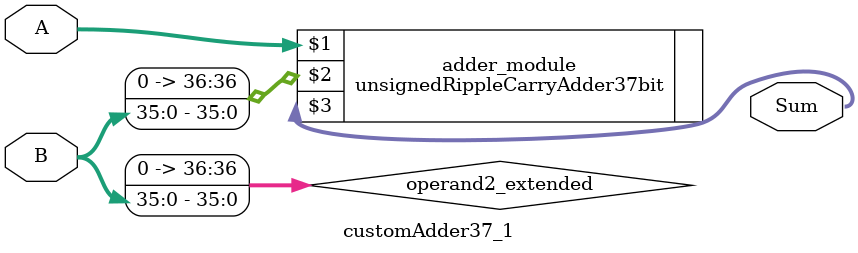
<source format=v>
module customAdder37_1(
                        input [36 : 0] A,
                        input [35 : 0] B,
                        
                        output [37 : 0] Sum
                );

        wire [36 : 0] operand2_extended;
        
        assign operand2_extended =  {1'b0, B};
        
        unsignedRippleCarryAdder37bit adder_module(
            A,
            operand2_extended,
            Sum
        );
        
        endmodule
        
</source>
